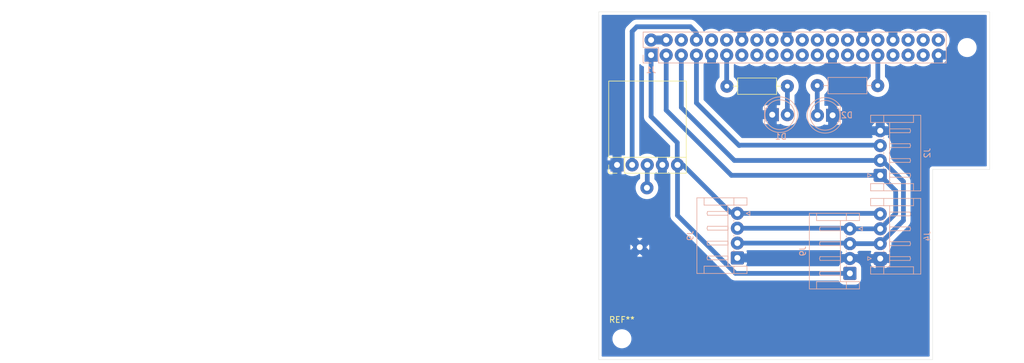
<source format=kicad_pcb>
(kicad_pcb (version 20240108) (generator "pcbnew") (generator_version "8.0")
  (layers (0 "F.Cu" signal) (31 "B.Cu" signal) (34 "B.Paste" user) (35 "F.Paste" user) (36 "B.SilkS" user "B.Silkscreen") (37 "F.SilkS" user "F.Silkscreen") (38 "B.Mask" user) (39 "F.Mask" user) (44 "Edge.Cuts" user))
  (net 0 "")
  (net 1 "GPIO5")
  (net 2 "GPIO13")
  (net 3 "Net-(D1-A)")
  (net 5 "Net-(D2-A)")
  (net 6 "+3.3V")
  (net 7 "TX")
  (net 8 "RX")
  (net 9 "GND")
  (net 12 "GPIO6")
  (net 16 "GPIO27")
  (net 19 "GPIO17")
  (net 21 "SDA")
  (net 26 "SCL")
  (net 31 "GPIO4")
  (net 33 "Net-(J5-Pin_1)")
  (footprint "Library_komsos:MountingHole_2.2mm_M2" (layer "F.Cu") (at 149.5 102)
    (property "Reference" "REF**" (at 0 -3.2 0) (layer "F.SilkS"))
    (property "Value" "MountingHole_2.2mm_M2")
    (pad "" np_thru_hole circle (at 0 0) (size 2.2 2.2) (drill 2.2) (layers "F&B.Cu" "*.Mask") (clearance 0.5))
  )
  (footprint "" (layer "F.Cu") (at 153.7 76.6)
    (property "Reference" "" (at 0 0 0) (layer "F.SilkS") (effects (font (size 1.27 1.27))))
    (property "Value" "")
    (pad "2" thru_hole circle (at 0 0 270) (size 2.2 2.2) (drill 1) (layers "*.Cu" "*.Mask") (net 8 "RX"))
  )
  (footprint "Library_komsos:GPS_BDS_BeiDou_Dual_Module_v2.2mm" (layer "F.Cu") (at 148.68 72.745 90)
    (property "Reference" "IC1" (hide yes))
    (property "Value" "Module_GPS")
    (fp_line (start 14.1 -1.4) (end 1.27 -1.4) (stroke (width 0.12)) (layer "F.SilkS"))
    (fp_line (start 1.27 -1.4) (end 1.27 1.27) (stroke (width 0.12)) (layer "F.SilkS"))
    (fp_line (start 0 -1.4) (end -1.4 -1.4) (stroke (width 0.12)) (layer "F.SilkS"))
    (fp_line (start -1.4 -1.4) (end -1.4 0) (stroke (width 0.12)) (layer "F.SilkS"))
    (fp_line (start 1.27 1.27) (end -1.4 1.27) (stroke (width 0.12)) (layer "F.SilkS"))
    (fp_line (start 1.27 1.27) (end 1.27 11.63) (stroke (width 0.12)) (layer "F.SilkS"))
    (fp_line (start -1.4 1.27) (end -1.4 11.63) (stroke (width 0.12)) (layer "F.SilkS"))
    (fp_line (start 14.1 11.63) (end 14.1 -1.4) (stroke (width 0.12)) (layer "F.SilkS"))
    (fp_line (start -1.4 11.63) (end 14.1 11.63) (stroke (width 0.12)) (layer "F.SilkS"))
    (pad "" thru_hole rect (at 0 0 90) (size 2.2 2.2) (drill 1) (layers "*.Cu" "*.Mask") (net 9 "GND"))
    (pad "2" thru_hole oval (at 0 2.54 90) (size 2.2 2.2) (drill 1) (layers "*.Cu" "*.Mask") (net 7 "TX"))
    (pad "3" thru_hole oval (at 0 5.08 90) (size 2.2 2.2) (drill 1) (layers "*.Cu" "*.Mask") (net 8 "RX"))
    (pad "4" thru_hole oval (at 0 7.62 90) (size 2.2 2.2) (drill 1) (layers "*.Cu" "*.Mask") (net 9 "GND"))
    (pad "5" thru_hole oval (at 0 10.16 90) (size 2.2 2.2) (drill 1) (layers "*.Cu" "*.Mask") (net 6 "+3.3V"))
  )
  (footprint "Library_komsos:MountingHole_2.2mm_M2" (layer "F.Cu") (at 207.5 53)
    (property "Reference" "REF**" (hide yes))
    (property "Value" "MountingHole_2.2mm_M2")
    (pad "" np_thru_hole circle (at 0 0) (size 2.2 2.2) (drill 2.2) (layers "F&B.Cu" "*.Mask") (clearance 0.5))
  )
  (footprint "" (layer "F.Cu") (at 152.5 86.6)
    (property "Reference" "" (at 0 0 0) (layer "F.SilkS") (effects (font (size 1.27 1.27))))
    (property "Value" "")
    (pad "2" thru_hole circle (at 0 0 270) (size 2.2 2.2) (drill 1) (layers "*.Cu" "*.Mask") (net 9 "GND"))
  )
  (footprint "Library_komsos:R_Axial_DIN0207_L6.3mm_D2.5mm_P10.16mm_Horizontal_v2.2mm" (layer "F.Cu") (at 167.14 59.5)
    (property "Reference" "R1" (hide yes))
    (property "Value" "260")
    (fp_line (start 1.04 0) (end 1.81 0) (stroke (width 0.12)) (layer "F.SilkS"))
    (fp_line (start 1.81 -1.37) (end 1.81 1.37) (stroke (width 0.12)) (layer "F.SilkS"))
    (fp_line (start 1.81 1.37) (end 8.35 1.37) (stroke (width 0.12)) (layer "F.SilkS"))
    (fp_line (start 8.35 -1.37) (end 1.81 -1.37) (stroke (width 0.12)) (layer "F.SilkS"))
    (fp_line (start 8.35 1.37) (end 8.35 -1.37) (stroke (width 0.12)) (layer "F.SilkS"))
    (fp_line (start 9.12 0) (end 8.35 0) (stroke (width 0.12)) (layer "F.SilkS"))
    (pad "1" thru_hole oval (at 0 0) (size 2.2 2.2) (drill 0.8) (layers "*.Cu" "*.Mask") (net 19 "GPIO17"))
    (pad "2" thru_hole oval (at 10.16 0) (size 2.2 2.2) (drill 0.8) (layers "*.Cu" "*.Mask") (net 3 "Net-(D1-A)"))
  )
  (footprint "Library_komsos:JST_EH_S4B-EH_1x04_P2.50mm_Horizontal_kosmos" (layer "B.Cu") (at 168.9 80.9 -90)
    (property "Reference" "J9" (at 3.75 7.9 90) (layer "B.SilkS") (effects (justify mirror)))
    (property "Value" "Capteur_Lux")
    (fp_line (start -2.61 6.81) (end -2.61 -1.61) (stroke (width 0.12)) (layer "B.SilkS"))
    (fp_line (start 10.11 6.81) (end -2.61 6.81) (stroke (width 0.12)) (layer "B.SilkS"))
    (fp_line (start -1.39 5.59) (end -2.61 5.59) (stroke (width 0.12)) (layer "B.SilkS"))
    (fp_line (start 8.89 5.59) (end 10.11 5.59) (stroke (width 0.12)) (layer "B.SilkS"))
    (fp_line (start 0 5.09) (end -0.32 5.01) (stroke (width 0.12)) (layer "B.SilkS"))
    (fp_line (start 2.5 5.09) (end 2.18 5.01) (stroke (width 0.12)) (layer "B.SilkS"))
    (fp_line (start 5 5.09) (end 4.68 5.01) (stroke (width 0.12)) (layer "B.SilkS"))
    (fp_line (start 7.5 5.09) (end 7.18 5.01) (stroke (width 0.12)) (layer "B.SilkS"))
    (fp_line (start -0.32 5.01) (end -0.32 1.59) (stroke (width 0.12)) (layer "B.SilkS"))
    (fp_line (start 0.32 5.01) (end 0 5.09) (stroke (width 0.12)) (layer "B.SilkS"))
    (fp_line (start 2.18 5.01) (end 2.18 1.59) (stroke (width 0.12)) (layer "B.SilkS"))
    (fp_line (start 2.82 5.01) (end 2.5 5.09) (stroke (width 0.12)) (layer "B.SilkS"))
    (fp_line (start 4.68 5.01) (end 4.68 1.59) (stroke (width 0.12)) (layer "B.SilkS"))
    (fp_line (start 5.32 5.01) (end 5 5.09) (stroke (width 0.12)) (layer "B.SilkS"))
    (fp_line (start 7.18 5.01) (end 7.18 1.59) (stroke (width 0.12)) (layer "B.SilkS"))
    (fp_line (start 7.82 5.01) (end 7.5 5.09) (stroke (width 0.12)) (layer "B.SilkS"))
    (fp_line (start -0.32 1.59) (end 0 1.59) (stroke (width 0.12)) (layer "B.SilkS"))
    (fp_line (start 0 1.59) (end 0.32 1.59) (stroke (width 0.12)) (layer "B.SilkS"))
    (fp_line (start 0.32 1.59) (end 0.32 5.01) (stroke (width 0.12)) (layer "B.SilkS"))
    (fp_line (start 2.18 1.59) (end 2.5 1.59) (stroke (width 0.12)) (layer "B.SilkS"))
    (fp_line (start 2.5 1.59) (end 2.82 1.59) (stroke (width 0.12)) (layer "B.SilkS"))
    (fp_line (start 2.82 1.59) (end 2.82 5.01) (stroke (width 0.12)) (layer "B.SilkS"))
    (fp_line (start 4.68 1.59) (end 5 1.59) (stroke (width 0.12)) (layer "B.SilkS"))
    (fp_line (start 5 1.59) (end 5.32 1.59) (stroke (width 0.12)) (layer "B.SilkS"))
    (fp_line (start 5.32 1.59) (end 5.32 5.01) (stroke (width 0.12)) (layer "B.SilkS"))
    (fp_line (start 7.18 1.59) (end 7.5 1.59) (stroke (width 0.12)) (layer "B.SilkS"))
    (fp_line (start 7.5 1.59) (end 7.82 1.59) (stroke (width 0.12)) (layer "B.SilkS"))
    (fp_line (start 7.82 1.59) (end 7.82 5.01) (stroke (width 0.12)) (layer "B.SilkS"))
    (fp_line (start 8.89 1.59) (end -1.39 1.59) (stroke (width 0.12)) (layer "B.SilkS"))
    (fp_line (start -2.61 0.59) (end -1.39 0.59) (stroke (width 0.12)) (layer "B.SilkS"))
    (fp_line (start -1.39 0.59) (end -1.39 5.59) (stroke (width 0.12)) (layer "B.SilkS"))
    (fp_line (start 1.33 0.59) (end 1.17 0.59) (stroke (width 0.12)) (layer "B.SilkS"))
    (fp_line (start 3.83 0.59) (end 3.67 0.59) (stroke (width 0.12)) (layer "B.SilkS"))
    (fp_line (start 6.33 0.59) (end 6.17 0.59) (stroke (width 0.12)) (layer "B.SilkS"))
    (fp_line (start 8.89 0.59) (end 8.89 5.59) (stroke (width 0.12)) (layer "B.SilkS"))
    (fp_line (start 8.89 0.59) (end 8.89 -1.61) (stroke (width 0.12)) (layer "B.SilkS"))
    (fp_line (start 10.11 0.59) (end 8.89 0.59) (stroke (width 0.12)) (layer "B.SilkS"))
    (fp_line (start 0 -1.5) (end 0.3 -2.1) (stroke (width 0.12)) (layer "B.SilkS"))
    (fp_line (start -2.61 -1.61) (end -1.39 -1.61) (stroke (width 0.12)) (layer "B.SilkS"))
    (fp_line (start -1.39 -1.61) (end -1.39 0.59) (stroke (width 0.12)) (layer "B.SilkS"))
    (fp_line (start 8.89 -1.61) (end 10.11 -1.61) (stroke (width 0.12)) (layer "B.SilkS"))
    (fp_line (start 10.11 -1.61) (end 10.11 6.81) (stroke (width 0.12)) (layer "B.SilkS"))
    (fp_line (start -0.3 -2.1) (end 0 -1.5) (stroke (width 0.12)) (layer "B.SilkS"))
    (fp_line (start 0.3 -2.1) (end -0.3 -2.1) (stroke (width 0.12)) (layer "B.SilkS"))
    (pad "1" thru_hole circle (at 0 0 270) (size 2.2 2.2) (drill 1) (layers "*.Cu" "*.Mask") (net 6 "+3.3V"))
    (pad "2" thru_hole oval (at 2.5 0 270) (size 2.2 2.2) (drill 1) (layers "*.Cu" "*.Mask") (net 21 "SDA"))
    (pad "3" thru_hole oval (at 5 0 270) (size 2.2 2.2) (drill 1) (layers "*.Cu" "*.Mask") (net 26 "SCL"))
    (pad "4" thru_hole roundrect (at 7.5 0 270) (size 2.2 2.2) (drill 1) (layers "*.Cu" "*.Mask") (roundrect_rratio 0.1136363636) (net 9 "GND"))
  )
  (footprint "Library_komsos:JST_EH_S4B-EH_1x04_P2.50mm_Horizontal_kosmos" (layer "B.Cu") (at 192.9 74.5 90)
    (property "Reference" "J2" (at 3.75 7.9 90) (layer "B.SilkS") (effects (justify mirror)))
    (property "Value" "Arduino_Motor")
    (fp_line (start 0.3 -2.1) (end -0.3 -2.1) (stroke (width 0.12)) (layer "B.SilkS"))
    (fp_line (start -0.3 -2.1) (end 0 -1.5) (stroke (width 0.12)) (layer "B.SilkS"))
    (fp_line (start 10.11 -1.61) (end 10.11 6.81) (stroke (width 0.12)) (layer "B.SilkS"))
    (fp_line (start 8.89 -1.61) (end 10.11 -1.61) (stroke (width 0.12)) (layer "B.SilkS"))
    (fp_line (start -1.39 -1.61) (end -1.39 0.59) (stroke (width 0.12)) (layer "B.SilkS"))
    (fp_line (start -2.61 -1.61) (end -1.39 -1.61) (stroke (width 0.12)) (layer "B.SilkS"))
    (fp_line (start 0 -1.5) (end 0.3 -2.1) (stroke (width 0.12)) (layer "B.SilkS"))
    (fp_line (start 10.11 0.59) (end 8.89 0.59) (stroke (width 0.12)) (layer "B.SilkS"))
    (fp_line (start 8.89 0.59) (end 8.89 -1.61) (stroke (width 0.12)) (layer "B.SilkS"))
    (fp_line (start 8.89 0.59) (end 8.89 5.59) (stroke (width 0.12)) (layer "B.SilkS"))
    (fp_line (start 6.33 0.59) (end 6.17 0.59) (stroke (width 0.12)) (layer "B.SilkS"))
    (fp_line (start 3.83 0.59) (end 3.67 0.59) (stroke (width 0.12)) (layer "B.SilkS"))
    (fp_line (start 1.33 0.59) (end 1.17 0.59) (stroke (width 0.12)) (layer "B.SilkS"))
    (fp_line (start -1.39 0.59) (end -1.39 5.59) (stroke (width 0.12)) (layer "B.SilkS"))
    (fp_line (start -2.61 0.59) (end -1.39 0.59) (stroke (width 0.12)) (layer "B.SilkS"))
    (fp_line (start 8.89 1.59) (end -1.39 1.59) (stroke (width 0.12)) (layer "B.SilkS"))
    (fp_line (start 7.82 1.59) (end 7.82 5.01) (stroke (width 0.12)) (layer "B.SilkS"))
    (fp_line (start 7.5 1.59) (end 7.82 1.59) (stroke (width 0.12)) (layer "B.SilkS"))
    (fp_line (start 7.18 1.59) (end 7.5 1.59) (stroke (width 0.12)) (layer "B.SilkS"))
    (fp_line (start 5.32 1.59) (end 5.32 5.01) (stroke (width 0.12)) (layer "B.SilkS"))
    (fp_line (start 5 1.59) (end 5.32 1.59) (stroke (width 0.12)) (layer "B.SilkS"))
    (fp_line (start 4.68 1.59) (end 5 1.59) (stroke (width 0.12)) (layer "B.SilkS"))
    (fp_line (start 2.82 1.59) (end 2.82 5.01) (stroke (width 0.12)) (layer "B.SilkS"))
    (fp_line (start 2.5 1.59) (end 2.82 1.59) (stroke (width 0.12)) (layer "B.SilkS"))
    (fp_line (start 2.18 1.59) (end 2.5 1.59) (stroke (width 0.12)) (layer "B.SilkS"))
    (fp_line (start 0.32 1.59) (end 0.32 5.01) (stroke (width 0.12)) (layer "B.SilkS"))
    (fp_line (start 0 1.59) (end 0.32 1.59) (stroke (width 0.12)) (layer "B.SilkS"))
    (fp_line (start -0.32 1.59) (end 0 1.59) (stroke (width 0.12)) (layer "B.SilkS"))
    (fp_line (start 7.82 5.01) (end 7.5 5.09) (stroke (width 0.12)) (layer "B.SilkS"))
    (fp_line (start 7.18 5.01) (end 7.18 1.59) (stroke (width 0.12)) (layer "B.SilkS"))
    (fp_line (start 5.32 5.01) (end 5 5.09) (stroke (width 0.12)) (layer "B.SilkS"))
    (fp_line (start 4.68 5.01) (end 4.68 1.59) (stroke (width 0.12)) (layer "B.SilkS"))
    (fp_line (start 2.82 5.01) (end 2.5 5.09) (stroke (width 0.12)) (layer "B.SilkS"))
    (fp_line (start 2.18 5.01) (end 2.18 1.59) (stroke (width 0.12)) (layer "B.SilkS"))
    (fp_line (start 0.32 5.01) (end 0 5.09) (stroke (width 0.12)) (layer "B.SilkS"))
    (fp_line (start -0.32 5.01) (end -0.32 1.59) (stroke (width 0.12)) (layer "B.SilkS"))
    (fp_line (start 7.5 5.09) (end 7.18 5.01) (stroke (width 0.12)) (layer "B.SilkS"))
    (fp_line (start 5 5.09) (end 4.68 5.01) (stroke (width 0.12)) (layer "B.SilkS"))
    (fp_line (start 2.5 5.09) (end 2.18 5.01) (stroke (width 0.12)) (layer "B.SilkS"))
    (fp_line (start 0 5.09) (end -0.32 5.01) (stroke (width 0.12)) (layer "B.SilkS"))
    (fp_line (start 8.89 5.59) (end 10.11 5.59) (stroke (width 0.12)) (layer "B.SilkS"))
    (fp_line (start -1.39 5.59) (end -2.61 5.59) (stroke (width 0.12)) (layer "B.SilkS"))
    (fp_line (start 10.11 6.81) (end -2.61 6.81) (stroke (width 0.12)) (layer "B.SilkS"))
    (fp_line (start -2.61 6.81) (end -2.61 -1.61) (stroke (width 0.12)) (layer "B.SilkS"))
    (pad "1" thru_hole roundrect (at 0 0 90) (size 2.2 2.2) (drill 1) (layers "*.Cu" "*.Mask") (roundrect_rratio 0.147059) (net 21 "SDA"))
    (pad "2" thru_hole oval (at 2.5 0 90) (size 2.2 2.2) (drill 1) (layers "*.Cu" "*.Mask") (net 26 "SCL"))
    (pad "3" thru_hole oval (at 5 0 90) (size 2.2 2.2) (drill 1) (layers "*.Cu" "*.Mask") (net 31 "GPIO4"))
    (pad "4" thru_hole oval (at 7.5 0 90) (size 2.2 2.2) (drill 1) (layers "*.Cu" "*.Mask") (net 9 "GND"))
  )
  (footprint "Library_komsos:PinSocket_2x20_P2.54mm_Vertical_pad2.2mm" (layer "B.Cu") (at 154.4 54.27 -90)
    (property "Reference" "J1" (at 2.5 0 0) (layer "B.SilkS") (effects (justify mirror)))
    (property "Value" "Raspberry_Pi_2_3")
    (fp_line (start -1.27 1.33) (end -3.87 1.33) (stroke (width 0.12)) (layer "B.SilkS"))
    (fp_line (start 1.33 1.33) (end 0 1.33) (stroke (width 0.12)) (layer "B.SilkS"))
    (fp_line (start 1.33 0) (end 1.33 1.33) (stroke (width 0.12)) (layer "B.SilkS"))
    (fp_line (start -1.27 -1.27) (end -1.27 1.33) (stroke (width 0.12)) (layer "B.SilkS"))
    (fp_line (start 1.33 -1.27) (end -1.27 -1.27) (stroke (width 0.12)) (layer "B.SilkS"))
    (fp_line (start -3.87 -49.59) (end -3.87 1.33) (stroke (width 0.12)) (layer "B.SilkS"))
    (fp_line (start 1.33 -49.59) (end 1.33 -1.27) (stroke (width 0.12)) (layer "B.SilkS"))
    (fp_line (start 1.33 -49.59) (end -3.87 -49.59) (stroke (width 0.12)) (layer "B.SilkS"))
    (pad "1" thru_hole rect (at 0 0 270) (size 2.2 2.2) (drill 1) (layers "*.Cu" "*.Mask") (net 6 "+3.3V"))
    (pad "2" thru_hole oval (at -2.54 0 270) (size 2.2 2.2) (drill 1) (layers "*.Cu" "*.Mask") (net 33 "Net-(J5-Pin_1)"))
    (pad "3" thru_hole oval (at 0 -2.54 270) (size 2.2 2.2) (drill 1) (layers "*.Cu" "*.Mask") (net 21 "SDA"))
    (pad "4" thru_hole oval (at -2.54 -2.54 270) (size 2.2 2.2) (drill 1) (layers "*.Cu" "*.Mask") (net 33 "Net-(J5-Pin_1)"))
    (pad "5" thru_hole oval (at 0 -5.08 270) (size 2.2 2.2) (drill 1) (layers "*.Cu" "*.Mask") (net 26 "SCL"))
    (pad "6" thru_hole oval (at -2.54 -5.08 270) (size 2.2 2.2) (drill 1) (layers "*.Cu" "*.Mask") (net 9 "GND"))
    (pad "7" thru_hole oval (at 0 -7.62 270) (size 2.2 2.2) (drill 1) (layers "*.Cu" "*.Mask") (net 31 "GPIO4"))
    (pad "8" thru_hole oval (at -2.54 -7.62 270) (size 2.2 2.2) (drill 1) (layers "*.Cu" "*.Mask") (net 7 "TX"))
    (pad "9" thru_hole oval (at 0 -10.16 270) (size 2.2 2.2) (drill 1) (layers "*.Cu" "*.Mask") (net 9 "GND"))
    (pad "10" thru_hole oval (at -2.54 -10.16 270) (size 2.2 2.2) (drill 1) (layers "*.Cu" "*.Mask") (net 8 "RX"))
    (pad "11" thru_hole oval (at 0 -12.7 270) (size 2.2 2.2) (drill 1) (layers "*.Cu" "*.Mask") (net 19 "GPIO17"))
    (pad "12" thru_hole oval (at -2.54 -12.7 270) (size 2.2 2.2) (drill 1) (layers "*.Cu" "*.Mask"))
    (pad "13" thru_hole oval (at 0 -15.24 270) (size 2.2 2.2) (drill 1) (layers "*.Cu" "*.Mask") (net 16 "GPIO27"))
    (pad "14" thru_hole oval (at -2.54 -15.24 270) (size 2.2 2.2) (drill 1) (layers "*.Cu" "*.Mask") (net 9 "GND"))
    (pad "15" thru_hole oval (at 0 -17.78 270) (size 2.2 2.2) (drill 1) (layers "*.Cu" "*.Mask"))
    (pad "16" thru_hole oval (at -2.54 -17.78 270) (size 2.2 2.2) (drill 1) (layers "*.Cu" "*.Mask"))
    (pad "17" thru_hole oval (at 0 -20.32 270) (size 2.2 2.2) (drill 1) (layers "*.Cu" "*.Mask") (net 6 "+3.3V"))
    (pad "18" thru_hole oval (at -2.54 -20.32 270) (size 2.2 2.2) (drill 1) (layers "*.Cu" "*.Mask"))
    (pad "19" thru_hole oval (at 0 -22.86 270) (size 2.2 2.2) (drill 1) (layers "*.Cu" "*.Mask"))
    (pad "20" thru_hole oval (at -2.54 -22.86 270) (size 2.2 2.2) (drill 1) (layers "*.Cu" "*.Mask") (net 9 "GND"))
    (pad "21" thru_hole oval (at 0 -25.4 270) (size 2.2 2.2) (drill 1) (layers "*.Cu" "*.Mask"))
    (pad "22" thru_hole oval (at -2.54 -25.4 270) (size 2.2 2.2) (drill 1) (layers "*.Cu" "*.Mask"))
    (pad "23" thru_hole oval (at 0 -27.94 270) (size 2.2 2.2) (drill 1) (layers "*.Cu" "*.Mask"))
    (pad "24" thru_hole oval (at -2.54 -27.94 270) (size 2.2 2.2) (drill 1) (layers "*.Cu" "*.Mask"))
    (pad "25" thru_hole oval (at 0 -30.48 270) (size 2.2 2.2) (drill 1) (layers "*.Cu" "*.Mask") (net 9 "GND"))
    (pad "26" thru_hole oval (at -2.54 -30.48 270) (size 2.2 2.2) (drill 1) (layers "*.Cu" "*.Mask"))
    (pad "27" thru_hole oval (at 0 -33.02 270) (size 2.2 2.2) (drill 1) (layers "*.Cu" "*.Mask"))
    (pad "28" thru_hole oval (at -2.54 -33.02 270) (size 2.2 2.2) (drill 1) (layers "*.Cu" "*.Mask"))
    (pad "29" thru_hole oval (at 0 -35.56 270) (size 2.2 2.2) (drill 1) (layers "*.Cu" "*.Mask") (net 1 "GPIO5"))
    (pad "30" thru_hole oval (at -2.54 -35.56 270) (size 2.2 2.2) (drill 1) (layers "*.Cu" "*.Mask") (net 9 "GND"))
    (pad "31" thru_hole oval (at 0 -38.1 270) (size 2.2 2.2) (drill 1) (layers "*.Cu" "*.Mask") (net 12 "GPIO6"))
    (pad "32" thru_hole oval (at -2.54 -38.1 270) (size 2.2 2.2) (drill 1) (layers "*.Cu" "*.Mask"))
    (pad "33" thru_hole oval (at 0 -40.64 270) (size 2.2 2.2) (drill 1) (layers "*.Cu" "*.Mask") (net 2 "GPIO13"))
    (pad "34" thru_hole oval (at -2.54 -40.64 270) (size 2.2 2.2) (drill 1) (layers "*.Cu" "*.Mask") (net 9 "GND"))
    (pad "35" thru_hole oval (at 0 -43.18 270) (size 2.2 2.2) (drill 1) (layers "*.Cu" "*.Mask"))
    (pad "36" thru_hole oval (at -2.54 -43.18 270) (size 2.2 2.2) (drill 1) (layers "*.Cu" "*.Mask"))
    (pad "37" thru_hole oval (at 0 -45.72 270) (size 2.2 2.2) (drill 1) (layers "*.Cu" "*.Mask"))
    (pad "38" thru_hole oval (at -2.54 -45.72 270) (size 2.2 2.2) (drill 1) (layers "*.Cu" "*.Mask"))
    (pad "39" thru_hole oval (at 0 -48.26 270) (size 2.2 2.2) (drill 1) (layers "*.Cu" "*.Mask") (net 9 "GND"))
    (pad "40" thru_hole oval (at -2.54 -48.26 270) (size 2.2 2.2) (drill 1) (layers "*.Cu" "*.Mask"))
  )
  (footprint "Library_komsos:JST_EH_S4B-EH_1x04_P2.50mm_Horizontal_kosmos" (layer "B.Cu") (at 187.8 83.5 -90)
    (property "Reference" "J9" (at 3.75 7.9 90) (layer "B.SilkS") (effects (justify mirror)))
    (property "Value" "Capteur_Magneto")
    (fp_line (start -2.61 6.81) (end -2.61 -1.61) (stroke (width 0.12)) (layer "B.SilkS"))
    (fp_line (start 10.11 6.81) (end -2.61 6.81) (stroke (width 0.12)) (layer "B.SilkS"))
    (fp_line (start -1.39 5.59) (end -2.61 5.59) (stroke (width 0.12)) (layer "B.SilkS"))
    (fp_line (start 8.89 5.59) (end 10.11 5.59) (stroke (width 0.12)) (layer "B.SilkS"))
    (fp_line (start 0 5.09) (end -0.32 5.01) (stroke (width 0.12)) (layer "B.SilkS"))
    (fp_line (start 2.5 5.09) (end 2.18 5.01) (stroke (width 0.12)) (layer "B.SilkS"))
    (fp_line (start 5 5.09) (end 4.68 5.01) (stroke (width 0.12)) (layer "B.SilkS"))
    (fp_line (start 7.5 5.09) (end 7.18 5.01) (stroke (width 0.12)) (layer "B.SilkS"))
    (fp_line (start -0.32 5.01) (end -0.32 1.59) (stroke (width 0.12)) (layer "B.SilkS"))
    (fp_line (start 0.32 5.01) (end 0 5.09) (stroke (width 0.12)) (layer "B.SilkS"))
    (fp_line (start 2.18 5.01) (end 2.18 1.59) (stroke (width 0.12)) (layer "B.SilkS"))
    (fp_line (start 2.82 5.01) (end 2.5 5.09) (stroke (width 0.12)) (layer "B.SilkS"))
    (fp_line (start 4.68 5.01) (end 4.68 1.59) (stroke (width 0.12)) (layer "B.SilkS"))
    (fp_line (start 5.32 5.01) (end 5 5.09) (stroke (width 0.12)) (layer "B.SilkS"))
    (fp_line (start 7.18 5.01) (end 7.18 1.59) (stroke (width 0.12)) (layer "B.SilkS"))
    (fp_line (start 7.82 5.01) (end 7.5 5.09) (stroke (width 0.12)) (layer "B.SilkS"))
    (fp_line (start -0.32 1.59) (end 0 1.59) (stroke (width 0.12)) (layer "B.SilkS"))
    (fp_line (start 0 1.59) (end 0.32 1.59) (stroke (width 0.12)) (layer "B.SilkS"))
    (fp_line (start 0.32 1.59) (end 0.32 5.01) (stroke (width 0.12)) (layer "B.SilkS"))
    (fp_line (start 2.18 1.59) (end 2.5 1.59) (stroke (width 0.12)) (layer "B.SilkS"))
    (fp_line (start 2.5 1.59) (end 2.82 1.59) (stroke (width 0.12)) (layer "B.SilkS"))
    (fp_line (start 2.82 1.59) (end 2.82 5.01) (stroke (width 0.12)) (layer "B.SilkS"))
    (fp_line (start 4.68 1.59) (end 5 1.59) (stroke (width 0.12)) (layer "B.SilkS"))
    (fp_line (start 5 1.59) (end 5.32 1.59) (stroke (width 0.12)) (layer "B.SilkS"))
    (fp_line (start 5.32 1.59) (end 5.32 5.01) (stroke (width 0.12)) (layer "B.SilkS"))
    (fp_line (start 7.18 1.59) (end 7.5 1.59) (stroke (width 0.12)) (layer "B.SilkS"))
    (fp_line (start 7.5 1.59) (end 7.82 1.59) (stroke (width 0.12)) (layer "B.SilkS"))
    (fp_line (start 7.82 1.59) (end 7.82 5.01) (stroke (width 0.12)) (layer "B.SilkS"))
    (fp_line (start 8.89 1.59) (end -1.39 1.59) (stroke (width 0.12)) (layer "B.SilkS"))
    (fp_line (start -2.61 0.59) (end -1.39 0.59) (stroke (width 0.12)) (layer "B.SilkS"))
    (fp_line (start -1.39 0.59) (end -1.39 5.59) (stroke (width 0.12)) (layer "B.SilkS"))
    (fp_line (start 1.33 0.59) (end 1.17 0.59) (stroke (width 0.12)) (layer "B.SilkS"))
    (fp_line (start 3.83 0.59) (end 3.67 0.59) (stroke (width 0.12)) (layer "B.SilkS"))
    (fp_line (start 6.33 0.59) (end 6.17 0.59) (stroke (width 0.12)) (layer "B.SilkS"))
    (fp_line (start 8.89 0.59) (end 8.89 5.59) (stroke (width 0.12)) (layer "B.SilkS"))
    (fp_line (start 8.89 0.59) (end 8.89 -1.61) (stroke (width 0.12)) (layer "B.SilkS"))
    (fp_line (start 10.11 0.59) (end 8.89 0.59) (stroke (width 0.12)) (layer "B.SilkS"))
    (fp_line (start 0 -1.5) (end 0.3 -2.1) (stroke (width 0.12)) (layer "B.SilkS"))
    (fp_line (start -2.61 -1.61) (end -1.39 -1.61) (stroke (width 0.12)) (layer "B.SilkS"))
    (fp_line (start -1.39 -1.61) (end -1.39 0.59) (stroke (width 0.12)) (layer "B.SilkS"))
    (fp_line (start 8.89 -1.61) (end 10.11 -1.61) (stroke (width 0.12)) (layer "B.SilkS"))
    (fp_line (start 10.11 -1.61) (end 10.11 6.81) (stroke (width 0.12)) (layer "B.SilkS"))
    (fp_line (start -0.3 -2.1) (end 0 -1.5) (stroke (width 0.12)) (layer "B.SilkS"))
    (fp_line (start 0.3 -2.1) (end -0.3 -2.1) (stroke (width 0.12)) (layer "B.SilkS"))
    (pad "1" thru_hole circle (at 0 0 270) (size 2.2 2.2) (drill 1) (layers "*.Cu" "*.Mask") (net 21 "SDA"))
    (pad "2" thru_hole oval (at 2.5 0 270) (size 2.2 2.2) (drill 1) (layers "*.Cu" "*.Mask") (net 26 "SCL"))
    (pad "3" thru_hole oval (at 5 0 270) (size 2.2 2.2) (drill 1) (layers "*.Cu" "*.Mask") (net 9 "GND"))
    (pad "4" thru_hole roundrect (at 7.5 0 270) (size 2.2 2.2) (drill 1) (layers "*.Cu" "*.Mask") (roundrect_rratio 0.1136363636) (net 6 "+3.3V"))
  )
  (footprint "Library_komsos:R_Axial_DIN0207_L6.3mm_D2.5mm_P10.16mm_Horizontal_v2.2mm" (layer "B.Cu") (at 192.48 59.4 180)
    (property "Reference" "R2" (hide yes))
    (property "Value" "260")
    (fp_line (start 8.35 1.37) (end 8.35 -1.37) (stroke (width 0.12)) (layer "B.SilkS"))
    (fp_line (start 8.35 0) (end 9.12 0) (stroke (width 0.12)) (layer "B.SilkS"))
    (fp_line (start 8.35 -1.37) (end 1.81 -1.37) (stroke (width 0.12)) (layer "B.SilkS"))
    (fp_line (start 1.81 1.37) (end 8.35 1.37) (stroke (width 0.12)) (layer "B.SilkS"))
    (fp_line (start 1.81 0) (end 1.04 0) (stroke (width 0.12)) (layer "B.SilkS"))
    (fp_line (start 1.81 -1.37) (end 1.81 1.37) (stroke (width 0.12)) (layer "B.SilkS"))
    (pad "1" thru_hole oval (at 0 0 180) (size 2.2 2.2) (drill 0.8) (layers "*.Cu" "*.Mask") (net 12 "GPIO6"))
    (pad "2" thru_hole oval (at 10.16 0 180) (size 2.2 2.2) (drill 0.8) (layers "*.Cu" "*.Mask") (net 5 "Net-(D2-A)"))
  )
  (footprint "Library_komsos:JST_EH_S4B-EH_1x04_P2.50mm_Horizontal_kosmos" (layer "B.Cu") (at 192.9 88.5 90)
    (property "Reference" "J4" (at 3.75 7.9 90) (layer "B.SilkS") (effects (justify mirror)))
    (property "Value" "Capteur_Temp")
    (fp_line (start 0.3 -2.1) (end -0.3 -2.1) (stroke (width 0.12)) (layer "B.SilkS"))
    (fp_line (start -0.3 -2.1) (end 0 -1.5) (stroke (width 0.12)) (layer "B.SilkS"))
    (fp_line (start 10.11 -1.61) (end 10.11 6.81) (stroke (width 0.12)) (layer "B.SilkS"))
    (fp_line (start 8.89 -1.61) (end 10.11 -1.61) (stroke (width 0.12)) (layer "B.SilkS"))
    (fp_line (start -1.39 -1.61) (end -1.39 0.59) (stroke (width 0.12)) (layer "B.SilkS"))
    (fp_line (start -2.61 -1.61) (end -1.39 -1.61) (stroke (width 0.12)) (layer "B.SilkS"))
    (fp_line (start 0 -1.5) (end 0.3 -2.1) (stroke (width 0.12)) (layer "B.SilkS"))
    (fp_line (start 10.11 0.59) (end 8.89 0.59) (stroke (width 0.12)) (layer "B.SilkS"))
    (fp_line (start 8.89 0.59) (end 8.89 -1.61) (stroke (width 0.12)) (layer "B.SilkS"))
    (fp_line (start 8.89 0.59) (end 8.89 5.59) (stroke (width 0.12)) (layer "B.SilkS"))
    (fp_line (start 6.33 0.59) (end 6.17 0.59) (stroke (width 0.12)) (layer "B.SilkS"))
    (fp_line (start 3.83 0.59) (end 3.67 0.59) (stroke (width 0.12)) (layer "B.SilkS"))
    (fp_line (start 1.33 0.59) (end 1.17 0.59) (stroke (width 0.12)) (layer "B.SilkS"))
    (fp_line (start -1.39 0.59) (end -1.39 5.59) (stroke (width 0.12)) (layer "B.SilkS"))
    (fp_line (start -2.61 0.59) (end -1.39 0.59) (stroke (width 0.12)) (layer "B.SilkS"))
    (fp_line (start 8.89 1.59) (end -1.39 1.59) (stroke (width 0.12)) (layer "B.SilkS"))
    (fp_line (start 7.82 1.59) (end 7.82 5.01) (stroke (width 0.12)) (layer "B.SilkS"))
    (fp_line (start 7.5 1.59) (end 7.82 1.59) (stroke (width 0.12)) (layer "B.SilkS"))
    (fp_line (start 7.18 1.59) (end 7.5 1.59) (stroke (width 0.12)) (layer "B.SilkS"))
    (fp_line (start 5.32 1.59) (end 5.32 5.01) (stroke (width 0.12)) (layer "B.SilkS"))
    (fp_line (start 5 1.59) (end 5.32 1.59) (stroke (width 0.12)) (layer "B.SilkS"))
    (fp_line (start 4.68 1.59) (end 5 1.59) (stroke (width 0.12)) (layer "B.SilkS"))
    (fp_line (start 2.82 1.59) (end 2.82 5.01) (stroke (width 0.12)) (layer "B.SilkS"))
    (fp_line (start 2.5 1.59) (end 2.82 1.59) (stroke (width 0.12)) (layer "B.SilkS"))
    (fp_line (start 2.18 1.59) (end 2.5 1.59) (stroke (width 0.12)) (layer "B.SilkS"))
    (fp_line (start 0.32 1.59) (end 0.32 5.01) (stroke (width 0.12)) (layer "B.SilkS"))
    (fp_line (start 0 1.59) (end 0.32 1.59) (stroke (width 0.12)) (layer "B.SilkS"))
    (fp_line (start -0.32 1.59) (end 0 1.59) (stroke (width 0.12)) (layer "B.SilkS"))
    (fp_line (start 7.82 5.01) (end 7.5 5.09) (stroke (width 0.12)) (layer "B.SilkS"))
    (fp_line (start 7.18 5.01) (end 7.18 1.59) (stroke (width 0.12)) (layer "B.SilkS"))
    (fp_line (start 5.32 5.01) (end 5 5.09) (stroke (width 0.12)) (layer "B.SilkS"))
    (fp_line (start 4.68 5.01) (end 4.68 1.59) (stroke (width 0.12)) (layer "B.SilkS"))
    (fp_line (start 2.82 5.01) (end 2.5 5.09) (stroke (width 0.12)) (layer "B.SilkS"))
    (fp_line (start 2.18 5.01) (end 2.18 1.59) (stroke (width 0.12)) (layer "B.SilkS"))
    (fp_line (start 0.32 5.01) (end 0 5.09) (stroke (width 0.12)) (layer "B.SilkS"))
    (fp_line (start -0.32 5.01) (end -0.32 1.59) (stroke (width 0.12)) (layer "B.SilkS"))
    (fp_line (start 7.5 5.09) (end 7.18 5.01) (stroke (width 0.12)) (layer "B.SilkS"))
    (fp_line (start 5 5.09) (end 4.68 5.01) (stroke (width 0.12)) (layer "B.SilkS"))
    (fp_line (start 2.5 5.09) (end 2.18 5.01) (stroke (width 0.12)) (layer "B.SilkS"))
    (fp_line (start 0 5.09) (end -0.32 5.01) (stroke (width 0.12)) (layer "B.SilkS"))
    (fp_line (start 8.89 5.59) (end 10.11 5.59) (stroke (width 0.12)) (layer "B.SilkS"))
    (fp_line (start -1.39 5.59) (end -2.61 5.59) (stroke (width 0.12)) (layer "B.SilkS"))
    (fp_line (start 10.11 6.81) (end -2.61 6.81) (stroke (width 0.12)) (layer "B.SilkS"))
    (fp_line (start -2.61 6.81) (end -2.61 -1.61) (stroke (width 0.12)) (layer "B.SilkS"))
    (pad "1" thru_hole roundrect (at 0 0 90) (size 2.2 2.2) (drill 1) (layers "*.Cu" "*.Mask") (roundrect_rratio 0.147059) (net 9 "GND"))
    (pad "2" thru_hole oval (at 2.5 0 90) (size 2.2 2.2) (drill 1) (layers "*.Cu" "*.Mask") (net 26 "SCL"))
    (pad "3" thru_hole oval (at 5 0 90) (size 2.2 2.2) (drill 1) (layers "*.Cu" "*.Mask") (net 21 "SDA"))
    (pad "4" thru_hole oval (at 7.5 0 90) (size 2.2 2.2) (drill 1) (layers "*.Cu" "*.Mask") (net 6 "+3.3V"))
  )
  (footprint "Library_komsos:LED_D5.0mm_v2.2mm" (layer "B.Cu") (at 174.76 64.3)
    (property "Reference" "D1" (at 1.44 3.7 0) (layer "B.SilkS") (effects (justify mirror)))
    (property "Value" "LED_verte")
    (fp_line (start -1.29 -1.545) (end -1.29 1.545) (stroke (width 0.12)) (layer "B.SilkS"))
    (fp_arc (start -1.29 -1.54483) (mid 2.072002 -2.880433) (end 4.26 0.000462) (stroke (width 0.12)) (layer "B.SilkS"))
    (fp_arc (start 4.26 -0.000462) (mid 2.072002 2.880433) (end -1.29 1.54483) (stroke (width 0.12)) (layer "B.SilkS"))
    (fp_circle (center 1.27 0) (end 3.77 0) (stroke (width 0.12)) (fill none) (layer "B.SilkS"))
    (pad "1" thru_hole rect (at 0 0) (size 2.2 2.2) (drill 1) (layers "*.Cu" "*.Mask") (net 9 "GND"))
    (pad "2" thru_hole circle (at 2.54 0) (size 2.2 2.2) (drill 1) (layers "*.Cu" "*.Mask") (net 3 "Net-(D1-A)"))
  )
  (footprint "Library_komsos:LED_D5.0mm_v2.2mm" (layer "B.Cu") (at 184.9 64.4 180)
    (property "Reference" "D2" (at -2.4 0.025 0) (layer "B.SilkS") (effects (justify mirror)))
    (property "Value" "LED_rouge")
    (fp_line (start -1.29 -1.545) (end -1.29 1.545) (stroke (width 0.12)) (layer "B.SilkS"))
    (fp_arc (start 4.26 -0.000462) (mid 2.072002 2.880433) (end -1.29 1.54483) (stroke (width 0.12)) (layer "B.SilkS"))
    (fp_arc (start -1.29 -1.54483) (mid 2.072002 -2.880433) (end 4.26 0.000462) (stroke (width 0.12)) (layer "B.SilkS"))
    (fp_circle (center 1.27 0) (end 3.77 0) (stroke (width 0.12)) (fill none) (layer "B.SilkS"))
    (pad "1" thru_hole rect (at 0 0 180) (size 2.2 2.2) (drill 1) (layers "*.Cu" "*.Mask") (net 9 "GND"))
    (pad "2" thru_hole circle (at 2.54 0 180) (size 2.2 2.2) (drill 1) (layers "*.Cu" "*.Mask") (net 5 "Net-(D2-A)"))
  )
  (gr_line (start 145.6 47) (end 211.3 47) (stroke (width 0.05)) (layer "Edge.Cuts"))
  (gr_line (start 201.7 73.5) (end 211.3 73.5) (stroke (width 0.05)) (layer "Edge.Cuts"))
  (gr_line (start 201.7 105.5) (end 201.7 73.5) (stroke (width 0.05)) (layer "Edge.Cuts"))
  (gr_line (start 211.3 73.5) (end 211.3 47) (stroke (width 0.05)) (layer "Edge.Cuts"))
  (gr_line (start 145.6 47) (end 145.6 105.5) (stroke (width 0.05)) (layer "Edge.Cuts"))
  (gr_line (start 145.6 105.5) (end 201.7 105.5) (stroke (width 0.05)) (layer "Edge.Cuts"))
  (segment (start 177.3 59.5) (end 177.3 64.3) (width 0.8) (layer "B.Cu") (net 3))
  (segment (start 182.32 64.36) (end 182.36 64.4) (width 0.8) (layer "B.Cu") (net 5))
  (segment (start 182.32 59.1) (end 182.32 64.36) (width 0.8) (layer "B.Cu") (net 5))
  (segment (start 158.8 72.705) (end 158.84 72.745) (width 0.8) (layer "B.Cu") (net 6))
  (segment (start 168.59099 91) (end 158.84 81.24901) (width 0.8) (layer "B.Cu") (net 6))
  (segment (start 154.4 54.27) (end 154.4 64.6) (width 0.8) (layer "B.Cu") (net 6))
  (segment (start 158.84 72.745) (end 159.745 72.745) (width 0.8) (layer "B.Cu") (net 6))
  (segment (start 192.7 81.2) (end 192.9 81) (width 0.8) (layer "B.Cu") (net 6))
  (segment (start 167.7 80.7) (end 169.1 80.7) (width 0.8) (layer "B.Cu") (net 6))
  (segment (start 154.4 64.6) (end 158.8 69) (width 0.8) (layer "B.Cu") (net 6))
  (segment (start 159.745 72.745) (end 167.7 80.7) (width 0.8) (layer "B.Cu") (net 6))
  (segment (start 158.84 81.24901) (end 158.84 72.745) (width 0.8) (layer "B.Cu") (net 6))
  (segment (start 168.9 80.9) (end 192.8 80.9) (width 0.8) (layer "B.Cu") (net 6))
  (segment (start 158.8 69) (end 158.8 72.705) (width 0.8) (layer "B.Cu") (net 6))
  (segment (start 192.8 80.9) (end 192.9 81) (width 0.8) (layer "B.Cu") (net 6))
  (segment (start 192.6 80.7) (end 192.9 81) (width 0.8) (layer "B.Cu") (net 6))
  (segment (start 187.8 91) (end 168.59099 91) (width 0.8) (layer "B.Cu") (net 6))
  (segment (start 161 49.5) (end 152 49.5) (width 0.8) (layer "B.Cu") (net 7))
  (segment (start 162.02 50.52) (end 161 49.5) (width 0.8) (layer "B.Cu") (net 7))
  (segment (start 152 49.5) (end 151.22 50.28) (width 0.8) (layer "B.Cu") (net 7))
  (segment (start 151.22 50.28) (end 151.22 72.745) (width 0.8) (layer "B.Cu") (net 7))
  (segment (start 153.76 72.745) (end 153.76 76.54) (width 0.8) (layer "B.Cu") (net 8))
  (segment (start 153.8 72.705) (end 153.76 72.745) (width 0.8) (layer "B.Cu") (net 8))
  (segment (start 153.76 76.54) (end 153.7 76.6) (width 0.8) (layer "B.Cu") (net 8))
  (segment (start 175.28 64.22) (end 175 64.5) (width 0.8) (layer "B.Cu") (net 9))
  (segment (start 192.5 59.08) (end 192.48 59.1) (width 0.8) (layer "B.Cu") (net 12))
  (segment (start 192.5 54.27) (end 192.5 59.08) (width 0.8) (layer "B.Cu") (net 12))
  (segment (start 167.1 59.46) (end 167.14 59.5) (width 0.8) (layer "B.Cu") (net 19))
  (segment (start 167.1 54.27) (end 167.1 59.46) (width 0.8) (layer "B.Cu") (net 19))
  (segment (start 187.7 83.4) (end 187.8 83.5) (width 0.8) (layer "B.Cu") (net 21))
  (segment (start 192.9 74.5) (end 195.5 77.1) (width 0.8) (layer "B.Cu") (net 21))
  (segment (start 187.8 83.5) (end 192.9 83.5) (width 0.8) (layer "B.Cu") (net 21))
  (segment (start 156.94 54.27) (end 156.94 63.54) (width 0.8) (layer "B.Cu") (net 21))
  (segment (start 195.5 80.9) (end 192.9 83.5) (width 0.8) (layer "B.Cu") (net 21))
  (segment (start 156.94 63.54) (end 167.9 74.5) (width 0.8) (layer "B.Cu") (net 21))
  (segment (start 168.9 83.4) (end 187.7 83.4) (width 0.8) (layer "B.Cu") (net 21))
  (segment (start 195.5 77.1) (end 195.5 80.9) (width 0.8) (layer "B.Cu") (net 21))
  (segment (start 167.9 74.5) (end 192.9 74.5) (width 0.8) (layer "B.Cu") (net 21))
  (segment (start 159.48 54.27) (end 159.48 63.08) (width 0.8) (layer "B.Cu") (net 26))
  (segment (start 187.7 85.9) (end 187.8 86) (width 0.8) (layer "B.Cu") (net 26))
  (segment (start 159.975 54.765) (end 159.48 54.27) (width 0.8) (layer "B.Cu") (net 26))
  (segment (start 159.48 63.08) (end 168.4 72) (width 0.8) (layer "B.Cu") (net 26))
  (segment (start 196.8 82.1) (end 192.9 86) (width 0.8) (layer "B.Cu") (net 26))
  (segment (start 159.48 54.27) (end 159.9 54.69) (width 0.8) (layer "B.Cu") (net 26))
  (segment (start 168.4 72) (end 192.9 72) (width 0.8) (layer "B.Cu") (net 26))
  (segment (start 192.9 72) (end 193.25901 72) (width 0.8) (layer "B.Cu") (net 26))
  (segment (start 168.9 85.9) (end 187.7 85.9) (width 0.8) (layer "B.Cu") (net 26))
  (segment (start 193.25901 72) (end 196.8 75.54099) (width 0.8) (layer "B.Cu") (net 26))
  (segment (start 196.8 75.54099) (end 196.8 82.1) (width 0.8) (layer "B.Cu") (net 26))
  (segment (start 187.8 86) (end 192.9 86) (width 0.8) (layer "B.Cu") (net 26))
  (segment (start 162.02 62.32) (end 169.2 69.5) (width 0.8) (layer "B.Cu") (net 31))
  (segment (start 162.02 54.27) (end 162.02 62.32) (width 0.8) (layer "B.Cu") (net 31))
  (segment (start 162.02 54.27) (end 161.625 54.665) (width 0.8) (layer "B.Cu") (net 31))
  (segment (start 169.3 69.425) (end 193 69.425) (width 0.8) (layer "B.Cu") (net 31))
  (segment (start 156.94 51.73) (end 154.4 51.73) (width 1.5) (layer "B.Cu") (net 33))
  (zone (net 9) (net_name "GND") (layer "B.Cu") (priority 1) (connect_pads (clearance 0.8)) (min_thickness 0.25) (fill yes (thermal_gap 0.5) (thermal_bridge_width 1.5))
    (polygon (pts (xy 211.3 105.5) (xy 169 105.5) (xy 145.6 105.7) (xy 145.6 47.2) (xy 211.3 47)))
  )
)
</source>
